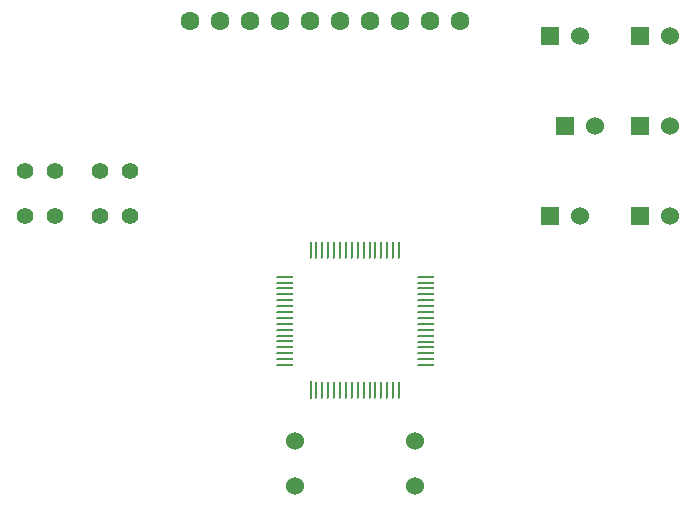
<source format=gts>
G04 (created by PCBNEW (2013-07-07 BZR 4022)-stable) date Saturday 09 November 2013 12:27:47 PM IST*
%MOIN*%
G04 Gerber Fmt 3.4, Leading zero omitted, Abs format*
%FSLAX34Y34*%
G01*
G70*
G90*
G04 APERTURE LIST*
%ADD10C,0.00590551*%
%ADD11R,0.0098X0.06*%
%ADD12O,0.0098X0.06*%
%ADD13O,0.06X0.0098*%
%ADD14C,0.06*%
%ADD15C,0.0629921*%
%ADD16R,0.06X0.06*%
%ADD17C,0.055*%
G04 APERTURE END LIST*
G54D10*
G54D11*
X35024Y-29311D03*
G54D12*
X35221Y-29311D03*
X35418Y-29311D03*
X35615Y-29311D03*
X35812Y-29311D03*
X36008Y-29311D03*
X36205Y-29311D03*
X36402Y-29311D03*
X36599Y-29311D03*
X36796Y-29311D03*
X36993Y-29311D03*
X37189Y-29311D03*
X37386Y-29311D03*
X37583Y-29311D03*
X37780Y-29311D03*
X37977Y-29311D03*
G54D13*
X38875Y-28476D03*
X38875Y-28279D03*
X38875Y-28082D03*
X38875Y-27885D03*
X38875Y-27688D03*
X38875Y-27492D03*
X38875Y-27295D03*
X38875Y-27098D03*
X38875Y-26901D03*
X38875Y-26704D03*
X38875Y-26507D03*
X38875Y-26311D03*
X38875Y-26114D03*
X38875Y-25917D03*
X38875Y-25720D03*
X38875Y-25523D03*
G54D12*
X37977Y-24625D03*
X37780Y-24625D03*
X37583Y-24625D03*
X37386Y-24625D03*
X37189Y-24625D03*
X36993Y-24625D03*
X36796Y-24625D03*
X36599Y-24625D03*
X36402Y-24625D03*
X36205Y-24625D03*
X36008Y-24625D03*
X35812Y-24625D03*
X35615Y-24625D03*
X35418Y-24625D03*
X35221Y-24625D03*
X35024Y-24625D03*
G54D13*
X34189Y-25523D03*
X34189Y-25720D03*
X34189Y-26114D03*
X34182Y-25917D03*
X34189Y-26311D03*
X34189Y-26507D03*
X34189Y-26704D03*
X34189Y-26901D03*
X34189Y-27098D03*
X34189Y-27295D03*
X34189Y-27489D03*
X34189Y-27686D03*
X34189Y-27883D03*
X34189Y-28080D03*
X34189Y-28276D03*
X34189Y-28473D03*
G54D14*
X34500Y-32500D03*
X38500Y-32500D03*
X38500Y-31000D03*
X34500Y-31000D03*
G54D15*
X31000Y-17000D03*
X32000Y-17000D03*
X33000Y-17000D03*
X34000Y-17000D03*
X35000Y-17000D03*
X36000Y-17000D03*
X37000Y-17000D03*
X38000Y-17000D03*
X39000Y-17000D03*
X40000Y-17000D03*
G54D16*
X43000Y-17500D03*
G54D14*
X44000Y-17500D03*
G54D16*
X46000Y-17500D03*
G54D14*
X47000Y-17500D03*
G54D16*
X43500Y-20500D03*
G54D14*
X44500Y-20500D03*
G54D16*
X43000Y-23500D03*
G54D14*
X44000Y-23500D03*
G54D16*
X46000Y-23500D03*
G54D14*
X47000Y-23500D03*
G54D16*
X46000Y-20500D03*
G54D14*
X47000Y-20500D03*
G54D17*
X25500Y-22000D03*
X26500Y-22000D03*
X25500Y-23500D03*
X26500Y-23500D03*
X28000Y-23500D03*
X29000Y-23500D03*
X28000Y-22000D03*
X29000Y-22000D03*
M02*

</source>
